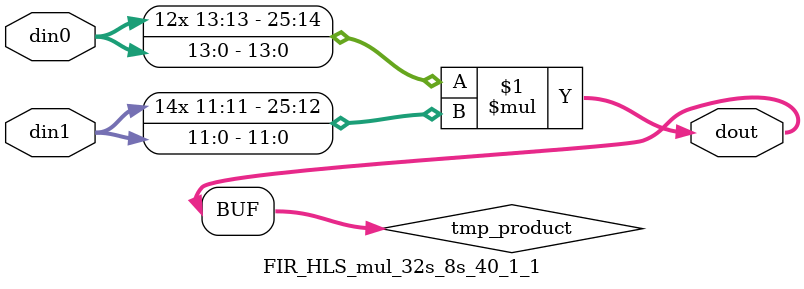
<source format=v>

`timescale 1 ns / 1 ps

 module FIR_HLS_mul_32s_8s_40_1_1(din0, din1, dout);
parameter ID = 1;
parameter NUM_STAGE = 0;
parameter din0_WIDTH = 14;
parameter din1_WIDTH = 12;
parameter dout_WIDTH = 26;

input [din0_WIDTH - 1 : 0] din0; 
input [din1_WIDTH - 1 : 0] din1; 
output [dout_WIDTH - 1 : 0] dout;

wire signed [dout_WIDTH - 1 : 0] tmp_product;



























assign tmp_product = $signed(din0) * $signed(din1);








assign dout = tmp_product;





















endmodule

</source>
